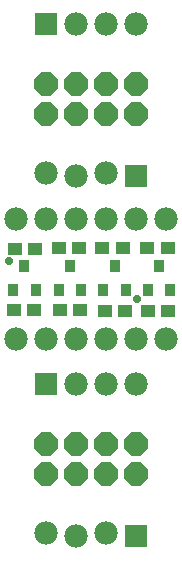
<source format=gts>
G75*
%MOIN*%
%OFA0B0*%
%FSLAX25Y25*%
%IPPOS*%
%LPD*%
%AMOC8*
5,1,8,0,0,1.08239X$1,22.5*
%
%ADD10R,0.03550X0.03943*%
%ADD11R,0.04731X0.04337*%
%ADD12C,0.07800*%
%ADD13C,0.02900*%
%ADD14OC8,0.07800*%
%ADD15R,0.07800X0.07800*%
D10*
X0008460Y0098363D03*
X0012200Y0106631D03*
X0015940Y0098363D03*
X0023660Y0098363D03*
X0027400Y0106631D03*
X0031140Y0098363D03*
X0038560Y0098363D03*
X0042300Y0106631D03*
X0046040Y0098363D03*
X0053360Y0098363D03*
X0057100Y0106631D03*
X0060840Y0098363D03*
D11*
X0060046Y0091600D03*
X0053354Y0091600D03*
X0045646Y0091600D03*
X0038954Y0091600D03*
X0038254Y0112400D03*
X0044946Y0112400D03*
X0053254Y0112400D03*
X0059946Y0112400D03*
X0030846Y0091700D03*
X0024154Y0091700D03*
X0023654Y0112400D03*
X0030346Y0112400D03*
X0015746Y0112300D03*
X0009054Y0112300D03*
X0008854Y0091800D03*
X0015546Y0091800D03*
D12*
X0019500Y0017500D03*
X0029500Y0016500D03*
X0039500Y0017500D03*
X0039500Y0067000D03*
X0039500Y0082000D03*
X0049500Y0082000D03*
X0049500Y0067000D03*
X0059500Y0082000D03*
X0059500Y0122000D03*
X0049500Y0122000D03*
X0039500Y0122000D03*
X0039500Y0137500D03*
X0029500Y0136500D03*
X0029500Y0122000D03*
X0019500Y0122000D03*
X0019500Y0137500D03*
X0009500Y0122000D03*
X0009500Y0082000D03*
X0019500Y0082000D03*
X0029500Y0082000D03*
X0029500Y0067000D03*
X0029500Y0187000D03*
X0039500Y0187000D03*
X0049500Y0187000D03*
D13*
X0049700Y0095600D03*
X0007000Y0108000D03*
D14*
X0019500Y0157000D03*
X0019500Y0167000D03*
X0029500Y0167000D03*
X0029500Y0157000D03*
X0039500Y0157000D03*
X0039500Y0167000D03*
X0049500Y0167000D03*
X0049500Y0157000D03*
X0049500Y0047000D03*
X0049500Y0037000D03*
X0039500Y0037000D03*
X0039500Y0047000D03*
X0029500Y0047000D03*
X0029500Y0037000D03*
X0019500Y0037000D03*
X0019500Y0047000D03*
D15*
X0019500Y0067000D03*
X0049500Y0016500D03*
X0049500Y0136500D03*
X0019500Y0187000D03*
M02*

</source>
